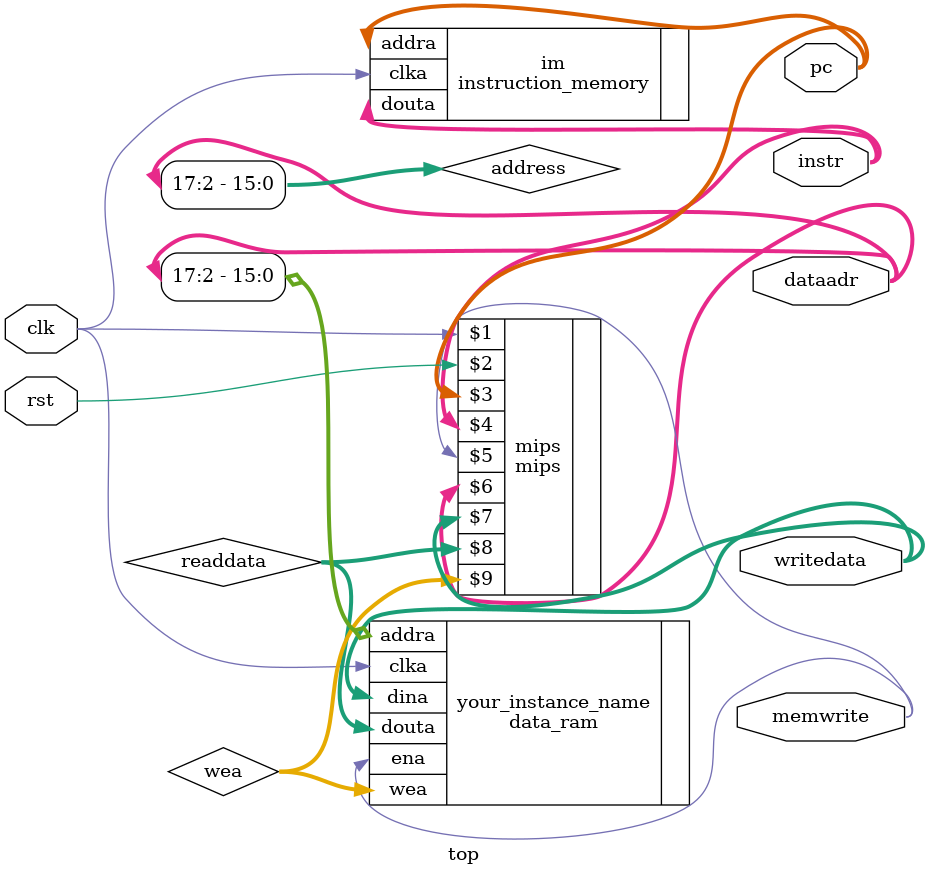
<source format=v>
`timescale 1ns / 1ps


module top(
	input clk,rst,
	output [31:0] writedata,dataadr,pc,instr,
	output memwrite
	);
	// wire clk;
	wire [31:0] pc,instr,readdata,dataadr,writedata;
	wire [15:0] address;
	wire [3:0] wea;
    wire memwrite;
	//   clk_div instance_name(
 //    	// Clock out ports
	//     .clk_out1(hclk),     // output clk_out1
	//    // Clock in ports
	//     .clk_in1(clk)
 //    	); 
   	

	mips mips(clk,rst,pc,instr,memwrite,dataadr,writedata,readdata,wea);
	/*
	mips(
	input wire clk,rst,
	output wire[31:0] PCout,
	input wire[31:0] instr,
	output wire memwrite,
	output wire[31:0] aluout,writedata,
	input wire[31:0] readdata 
    );
	*/
	
	//inst_mem imem(clk,pc[7:2],instr);
	//data_mem dmem(clk,memwrite,dataadr,writedata,readdata);
	
	instruction_memory im (
    .clka(clk),    // input wire clka
    .addra(pc),  // input wire [6 : 0] addra
    .douta(instr)  // output wire [31 : 0] douta
    );

    // blk_mem_gen_0 dm (
    // .clka(clk),    // input wire clka
    // .wea(memwrite),      // input wire [0 : 0] wea
    // .addra(dataadr),  // input wire [6 : 0] addra
    // .dina(writedata),    // input wire [31 : 0] dina
    // .douta(readdata)  // output wire [31 : 0] douta
    // );

	assign address = dataadr[17:2];
	data_ram your_instance_name (
	.clka(clk),    // input wire clka
	.ena(memwrite),      // input wire ena
	.wea(wea),      // input wire [3 : 0] wea
	.addra(address),  // input wire [15 : 0] addra
	.dina(writedata),    // input wire [31 : 0] dina
	.douta(readdata)  // output wire [31 : 0] douta
	);

endmodule

</source>
